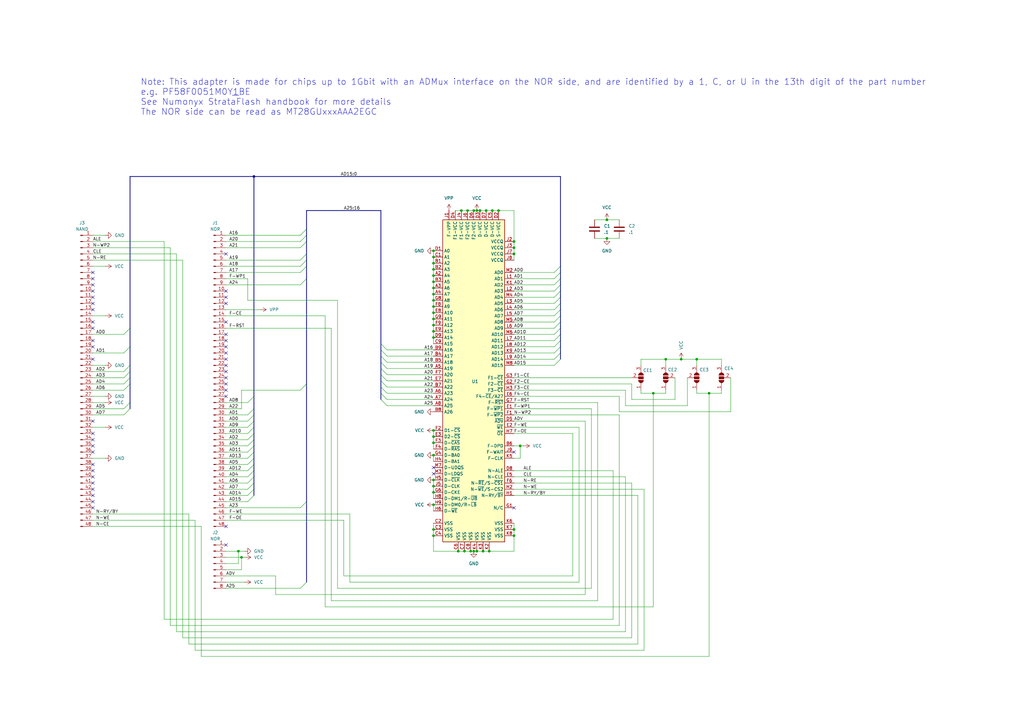
<source format=kicad_sch>
(kicad_sch (version 20231120) (generator "eeschema") (generator_version "8.0")
  (paper "A3")
  (lib_symbols
    (symbol "Connector:Conn_01x08_Pin" (pin_names (offset 1.016) hide)
      (property "Reference" "J" (at 0 10.16 0))
      (property "Value" "Conn_01x08_Pin" (at 0 -12.7 0))
      (symbol "Conn_01x08_Pin_1_1"
        (pin passive line (at 5.08 7.62 180) (length 3.81) (name "Pin_1") (number "1"))
        (pin passive line (at 5.08 5.08 180) (length 3.81) (name "Pin_2") (number "2"))
        (pin passive line (at 5.08 2.54 180) (length 3.81) (name "Pin_3") (number "3"))
        (pin passive line (at 5.08 0 180) (length 3.81) (name "Pin_4") (number "4"))
        (pin passive line (at 5.08 -2.54 180) (length 3.81) (name "Pin_5") (number "5"))
        (pin passive line (at 5.08 -5.08 180) (length 3.81) (name "Pin_6") (number "6"))
        (pin passive line (at 5.08 -7.62 180) (length 3.81) (name "Pin_7") (number "7"))
        (pin passive line (at 5.08 -10.16 180) (length 3.81) (name "Pin_8") (number "8"))
      )
    )
    (symbol "Connector:Conn_01x48_Pin" (pin_names (offset 1.016) hide)
      (property "Reference" "J" (at 0 60.96 0))
      (property "Value" "Conn_01x48_Pin" (at 0 -63.5 0))
      (symbol "Conn_01x48_Pin_1_1"
        (pin passive line (at 5.08 58.42 180) (length 3.81) (name "Pin_1") (number "1"))
        (pin passive line (at 5.08 35.56 180) (length 3.81) (name "Pin_10") (number "10"))
        (pin passive line (at 5.08 33.02 180) (length 3.81) (name "Pin_11") (number "11"))
        (pin passive line (at 5.08 30.48 180) (length 3.81) (name "Pin_12") (number "12"))
        (pin passive line (at 5.08 27.94 180) (length 3.81) (name "Pin_13") (number "13"))
        (pin passive line (at 5.08 25.4 180) (length 3.81) (name "Pin_14") (number "14"))
        (pin passive line (at 5.08 22.86 180) (length 3.81) (name "Pin_15") (number "15"))
        (pin passive line (at 5.08 20.32 180) (length 3.81) (name "Pin_16") (number "16"))
        (pin passive line (at 5.08 17.78 180) (length 3.81) (name "Pin_17") (number "17"))
        (pin passive line (at 5.08 15.24 180) (length 3.81) (name "Pin_18") (number "18"))
        (pin passive line (at 5.08 12.7 180) (length 3.81) (name "Pin_19") (number "19"))
        (pin passive line (at 5.08 55.88 180) (length 3.81) (name "Pin_2") (number "2"))
        (pin passive line (at 5.08 10.16 180) (length 3.81) (name "Pin_20") (number "20"))
        (pin passive line (at 5.08 7.62 180) (length 3.81) (name "Pin_21") (number "21"))
        (pin passive line (at 5.08 5.08 180) (length 3.81) (name "Pin_22") (number "22"))
        (pin passive line (at 5.08 2.54 180) (length 3.81) (name "Pin_23") (number "23"))
        (pin passive line (at 5.08 0 180) (length 3.81) (name "Pin_24") (number "24"))
        (pin passive line (at 5.08 -2.54 180) (length 3.81) (name "Pin_25") (number "25"))
        (pin passive line (at 5.08 -5.08 180) (length 3.81) (name "Pin_26") (number "26"))
        (pin passive line (at 5.08 -7.62 180) (length 3.81) (name "Pin_27") (number "27"))
        (pin passive line (at 5.08 -10.16 180) (length 3.81) (name "Pin_28") (number "28"))
        (pin passive line (at 5.08 -12.7 180) (length 3.81) (name "Pin_29") (number "29"))
        (pin passive line (at 5.08 53.34 180) (length 3.81) (name "Pin_3") (number "3"))
        (pin passive line (at 5.08 -15.24 180) (length 3.81) (name "Pin_30") (number "30"))
        (pin passive line (at 5.08 -17.78 180) (length 3.81) (name "Pin_31") (number "31"))
        (pin passive line (at 5.08 -20.32 180) (length 3.81) (name "Pin_32") (number "32"))
        (pin passive line (at 5.08 -22.86 180) (length 3.81) (name "Pin_33") (number "33"))
        (pin passive line (at 5.08 -25.4 180) (length 3.81) (name "Pin_34") (number "34"))
        (pin passive line (at 5.08 -27.94 180) (length 3.81) (name "Pin_35") (number "35"))
        (pin passive line (at 5.08 -30.48 180) (length 3.81) (name "Pin_36") (number "36"))
        (pin passive line (at 5.08 -33.02 180) (length 3.81) (name "Pin_37") (number "37"))
        (pin passive line (at 5.08 -35.56 180) (length 3.81) (name "Pin_38") (number "38"))
        (pin passive line (at 5.08 -38.1 180) (length 3.81) (name "Pin_39") (number "39"))
        (pin passive line (at 5.08 50.8 180) (length 3.81) (name "Pin_4") (number "4"))
        (pin passive line (at 5.08 -40.64 180) (length 3.81) (name "Pin_40") (number "40"))
        (pin passive line (at 5.08 -43.18 180) (length 3.81) (name "Pin_41") (number "41"))
        (pin passive line (at 5.08 -45.72 180) (length 3.81) (name "Pin_42") (number "42"))
        (pin passive line (at 5.08 -48.26 180) (length 3.81) (name "Pin_43") (number "43"))
        (pin passive line (at 5.08 -50.8 180) (length 3.81) (name "Pin_44") (number "44"))
        (pin passive line (at 5.08 -53.34 180) (length 3.81) (name "Pin_45") (number "45"))
        (pin passive line (at 5.08 -55.88 180) (length 3.81) (name "Pin_46") (number "46"))
        (pin passive line (at 5.08 -58.42 180) (length 3.81) (name "Pin_47") (number "47"))
        (pin passive line (at 5.08 -60.96 180) (length 3.81) (name "Pin_48") (number "48"))
        (pin passive line (at 5.08 48.26 180) (length 3.81) (name "Pin_5") (number "5"))
        (pin passive line (at 5.08 45.72 180) (length 3.81) (name "Pin_6") (number "6"))
        (pin passive line (at 5.08 43.18 180) (length 3.81) (name "Pin_7") (number "7"))
        (pin passive line (at 5.08 40.64 180) (length 3.81) (name "Pin_8") (number "8"))
        (pin passive line (at 5.08 38.1 180) (length 3.81) (name "Pin_9") (number "9"))
      )
    )
    (symbol "Device:C" (pin_numbers hide) (pin_names (offset 0.254))
      (property "Reference" "C" (at 0.635 2.54 0))
      (property "Value" "C" (at 0.635 -2.54 0))
      (symbol "C_1_1"
        (pin passive line (at 0 3.81 270) (length 2.794) (name "~") (number "1"))
        (pin passive line (at 0 -3.81 90) (length 2.794) (name "~") (number "2"))
      )
    )
    (symbol "Jumper:SolderJumper_3_Open" (pin_names (offset 0) hide) (exclude_from_sim yes) (in_bom no)
      (property "Reference" "JP" (at -2.54 -2.54 0))
      (property "Value" "SolderJumper_3_Open" (at 0 2.794 0))
      (symbol "SolderJumper_3_Open_1_1"
        (pin passive line (at -5.08 0 0) (length 2.54) (name "A") (number "1"))
        (pin passive line (at 0 -3.81 90) (length 2.54) (name "C") (number "2"))
        (pin passive line (at 5.08 0 180) (length 2.54) (name "B") (number "3"))
      )
    )
    (symbol "RMW_ICs:Intel x16D NOR+NAND"
      (property "Reference" "U" (at 0 0 0))
      (symbol "Intel x16D NOR+NAND_1_0"
        (pin passive line (at 6.35 -69.85 90) (length 3.81) (name "VSS") (number "K2"))
        (pin passive line (at 3.81 -69.85 90) (length 3.81) (name "VSS") (number "K3"))
        (pin passive line (at 1.27 -69.85 90) (length 3.81) (name "VSS") (number "K4"))
        (pin passive line (at 16.51 -31.75 180) (length 3.81) (name "F-CLK") (number "K5"))
        (pin passive line (at 16.51 -58.42 180) (length 3.81) (name "VSS") (number "K6"))
        (pin passive line (at 16.51 -60.96 180) (length 3.81) (name "VSS") (number "K7"))
        (pin passive line (at 16.51 -63.5 180) (length 3.81) (name "VSS") (number "K8"))
        (pin passive line (at 16.51 11.43 180) (length 3.81) (name "AD13") (number "K9"))
        (pin passive line (at 16.51 41.91 180) (length 3.81) (name "AD1") (number "L1"))
        (pin passive line (at 16.51 36.83 180) (length 3.81) (name "AD3") (number "L2"))
        (pin passive line (at 16.51 31.75 180) (length 3.81) (name "AD5") (number "L3"))
        (pin passive line (at 16.51 29.21 180) (length 3.81) (name "AD6") (number "L4"))
        (pin passive line (at 16.51 26.67 180) (length 3.81) (name "AD7") (number "L5"))
        (pin passive line (at 16.51 21.59 180) (length 3.81) (name "AD9") (number "L6"))
        (pin passive line (at 16.51 16.51 180) (length 3.81) (name "AD11") (number "L7"))
        (pin passive line (at 16.51 13.97 180) (length 3.81) (name "AD12") (number "L8"))
        (pin passive line (at 16.51 8.89 180) (length 3.81) (name "AD14") (number "L9"))
        (pin passive line (at 16.51 44.45 180) (length 3.81) (name "AD0") (number "M2"))
        (pin passive line (at -16.51 -38.1 0) (length 3.81) (name "D-LDQS") (number "M3"))
        (pin passive line (at 16.51 34.29 180) (length 3.81) (name "AD4") (number "M4"))
        (pin passive line (at 16.51 24.13 180) (length 3.81) (name "AD8") (number "M5"))
        (pin passive line (at 16.51 19.05 180) (length 3.81) (name "AD10") (number "M6"))
        (pin passive line (at -16.51 -35.56 0) (length 3.81) (name "D-UDQS") (number "M7"))
        (pin passive line (at 16.51 6.35 180) (length 3.81) (name "AD15") (number "M8"))
      )
      (symbol "Intel x16D NOR+NAND_1_1"
        (pin passive line (at -16.51 43.18 0) (length 3.81) (name "A4") (number "A2"))
        (pin passive line (at -16.51 38.1 0) (length 3.81) (name "A6") (number "A3"))
        (pin passive line (at -16.51 35.56 0) (length 3.81) (name "A7") (number "A4"))
        (pin passive line (at -16.51 5.08 0) (length 3.81) (name "A19") (number "A5"))
        (pin passive line (at -16.51 -5.08 0) (length 3.81) (name "A23") (number "A6"))
        (pin passive line (at -16.51 -7.62 0) (length 3.81) (name "A24") (number "A7"))
        (pin passive line (at -16.51 -10.16 0) (length 3.81) (name "A25") (number "A8"))
        (pin passive line (at -16.51 48.26 0) (length 3.81) (name "A2") (number "B1"))
        (pin passive line (at -16.51 45.72 0) (length 3.81) (name "A3") (number "B2"))
        (pin passive line (at -16.51 40.64 0) (length 3.81) (name "A5") (number "B3"))
        (pin passive line (at -16.51 10.16 0) (length 3.81) (name "A17") (number "B4"))
        (pin passive line (at -16.51 7.62 0) (length 3.81) (name "A18") (number "B5"))
        (pin passive line (at 16.51 -26.67 180) (length 3.81) (name "F-DPD") (number "B6"))
        (pin passive line (at -16.51 -2.54 0) (length 3.81) (name "A22") (number "B7"))
        (pin passive line (at -16.51 -12.7 0) (length 3.81) (name "A26") (number "B8"))
        (pin passive line (at -16.51 12.7 0) (length 3.81) (name "A16") (number "B9"))
        (pin passive line (at -16.51 50.8 0) (length 3.81) (name "A1") (number "C1"))
        (pin passive line (at -16.51 -58.42 0) (length 3.81) (name "VSS") (number "C2"))
        (pin passive line (at -16.51 -60.96 0) (length 3.81) (name "VSS") (number "C3"))
        (pin passive line (at -16.51 -63.5 0) (length 3.81) (name "VSS") (number "C4"))
        (pin passive line (at 7.62 69.85 270) (length 3.81) (name "D-VCC") (number "C5"))
        (pin passive line (at -6.35 -69.85 90) (length 3.81) (name "VSS") (number "C6"))
        (pin passive line (at -3.81 -69.85 90) (length 3.81) (name "VSS") (number "C7"))
        (pin passive line (at -1.27 -69.85 90) (length 3.81) (name "VSS") (number "C8"))
        (pin passive line (at -16.51 15.24 0) (length 3.81) (name "A15") (number "C9"))
        (pin passive line (at -16.51 53.34 0) (length 3.81) (name "A0") (number "D1"))
        (pin passive line (at 10.16 69.85 270) (length 3.81) (name "S-VCC") (number "D2"))
        (pin passive line (at 2.54 69.85 270) (length 3.81) (name "D-VCC") (number "D3"))
        (pin passive line (at -7.62 69.85 270) (length 3.81) (name "F1-VCC") (number "D4"))
        (pin passive line (at 16.51 -16.51 180) (length 3.81) (name "~{ADV}") (number "D5"))
        (pin passive line (at 0 69.85 270) (length 3.81) (name "F2-VCC") (number "D6"))
        (pin passive line (at 5.08 69.85 270) (length 3.81) (name "D-VCC") (number "D7"))
        (pin passive line (at 16.51 -36.83 180) (length 3.81) (name "N-ALE") (number "D8"))
        (pin passive line (at -16.51 17.78 0) (length 3.81) (name "A14") (number "D9"))
        (pin passive line (at 16.51 -11.43 180) (length 3.81) (name "F-~{WP1}") (number "E1"))
        (pin passive line (at 16.51 -19.05 180) (length 3.81) (name "~{WE}") (number "E2"))
        (pin passive line (at -16.51 -22.86 0) (length 3.81) (name "D2-~{CS}") (number "E3"))
        (pin passive line (at 16.51 -39.37 180) (length 3.81) (name "N-CLE") (number "E5"))
        (pin passive line (at 16.51 -6.35 180) (length 3.81) (name "F4-~{CE}/A27") (number "E6"))
        (pin passive line (at -16.51 0 0) (length 3.81) (name "A21") (number "E7"))
        (pin passive line (at -16.51 27.94 0) (length 3.81) (name "A10") (number "E8"))
        (pin passive line (at -16.51 20.32 0) (length 3.81) (name "A13") (number "E9"))
        (pin passive line (at 16.51 -13.97 180) (length 3.81) (name "F-~{WP2}") (number "F1"))
        (pin passive line (at -16.51 -20.32 0) (length 3.81) (name "D1-~{CS}") (number "F2"))
        (pin passive line (at -16.51 -25.4 0) (length 3.81) (name "D-~{CAS}") (number "F3"))
        (pin passive line (at -16.51 -27.94 0) (length 3.81) (name "D-~{RAS}") (number "F4"))
        (pin passive line (at 16.51 -41.91 180) (length 3.81) (name "N-~{RE}/S-~{CS1}") (number "F6"))
        (pin passive line (at -16.51 2.54 0) (length 3.81) (name "A20") (number "F7"))
        (pin passive line (at -16.51 30.48 0) (length 3.81) (name "A9") (number "F8"))
        (pin passive line (at -16.51 22.86 0) (length 3.81) (name "A12") (number "F9"))
        (pin passive line (at 16.51 -52.07 180) (length 3.81) (name "N/C") (number "G1"))
        (pin passive line (at 16.51 -1.27 180) (length 3.81) (name "F2-~{CE}") (number "G2"))
        (pin passive line (at 16.51 1.27 180) (length 3.81) (name "F1-~{CE}") (number "G3"))
        (pin passive line (at -16.51 -30.48 0) (length 3.81) (name "D-BA0") (number "G4"))
        (pin passive line (at -16.51 -45.72 0) (length 3.81) (name "D-CKE") (number "G6"))
        (pin passive line (at 16.51 -8.89 180) (length 3.81) (name "F-~{RST}") (number "G7"))
        (pin passive line (at -16.51 33.02 0) (length 3.81) (name "A8") (number "G8"))
        (pin passive line (at -16.51 25.4 0) (length 3.81) (name "A11") (number "G9"))
        (pin passive line (at 16.51 -46.99 180) (length 3.81) (name "N-RY/~{BY}") (number "H1"))
        (pin passive line (at 16.51 -44.45 180) (length 3.81) (name "N-~{WE}/S-CS2") (number "H2"))
        (pin passive line (at 16.51 -3.81 180) (length 3.81) (name "F3-~{CE}") (number "H3"))
        (pin passive line (at -16.51 -33.02 0) (length 3.81) (name "D-BA1") (number "H4"))
        (pin passive line (at -16.51 -40.64 0) (length 3.81) (name "D-~{CLK}") (number "H5"))
        (pin passive line (at -16.51 -53.34 0) (length 3.81) (name "D-~{WE}") (number "H6"))
        (pin passive line (at 16.51 -21.59 180) (length 3.81) (name "~{OE}") (number "H7"))
        (pin passive line (at -16.51 -48.26 0) (length 3.81) (name "D-DM1/R-~{UB}") (number "H8"))
        (pin passive line (at -16.51 -50.8 0) (length 3.81) (name "D-DM0/R-~{LB}") (number "H9"))
        (pin passive line (at -10.16 69.85 270) (length 3.81) (name "F-VPP") (number "J1"))
        (pin passive line (at 16.51 57.15 180) (length 3.81) (name "VCCQ") (number "J2"))
        (pin passive line (at 16.51 54.61 180) (length 3.81) (name "VCCQ") (number "J3"))
        (pin passive line (at -5.08 69.85 270) (length 3.81) (name "F1-VCC") (number "J4"))
        (pin passive line (at -16.51 -43.18 0) (length 3.81) (name "D-CLK") (number "J5"))
        (pin passive line (at -2.54 69.85 270) (length 3.81) (name "F2-VCC") (number "J6"))
        (pin passive line (at 16.51 52.07 180) (length 3.81) (name "VCCQ") (number "J7"))
        (pin passive line (at 16.51 49.53 180) (length 3.81) (name "VCCQ") (number "J8"))
        (pin passive line (at 16.51 -29.21 180) (length 3.81) (name "F-WAIT") (number "J9"))
        (pin passive line (at 16.51 39.37 180) (length 3.81) (name "AD2") (number "K1"))
      )
    )
    (symbol "power:GND" (power) (pin_numbers hide) (pin_names (offset 0) hide)
      (property "Value" "GND" (at 0 -3.81 0))
      (symbol "GND_1_1"
        (pin power_in line (at 0 0 270) (length 0) (name "~") (number "1"))
      )
    )
    (symbol "power:VCC" (power) (pin_numbers hide) (pin_names (offset 0) hide)
      (property "Value" "VCC" (at 0 3.556 0))
      (symbol "VCC_1_1"
        (pin power_in line (at 0 0 90) (length 0) (name "~") (number "1"))
      )
    )
    (symbol "power:VPP" (power) (pin_numbers hide) (pin_names (offset 0) hide)
      (property "Value" "VPP" (at 0 3.556 0))
      (symbol "VPP_1_1"
        (pin power_in line (at 0 0 90) (length 0) (name "~") (number "1"))
      )
    )
  )
  (junction (at 104.14 72.39))
  (junction (at 177.8 107.95))
  (junction (at 273.05 147.32))
  (junction (at 210.82 99.06))
  (junction (at 200.66 226.06))
  (junction (at 177.8 110.49))
  (junction (at 195.58 86.36))
  (junction (at 99.06 228.6))
  (junction (at 177.8 102.87))
  (junction (at 210.82 101.6))
  (junction (at 195.58 226.06))
  (junction (at 190.5 226.06))
  (junction (at 290.83 161.29))
  (junction (at 177.8 118.11))
  (junction (at 177.8 125.73))
  (junction (at 267.97 161.29))
  (junction (at 213.36 182.88))
  (junction (at 187.96 226.06))
  (junction (at 177.8 135.89))
  (junction (at 199.39 86.36))
  (junction (at 279.4 147.32))
  (junction (at 177.8 186.69))
  (junction (at 177.8 133.35))
  (junction (at 177.8 128.27))
  (junction (at 177.8 196.85))
  (junction (at 177.8 199.39))
  (junction (at 97.79 226.06))
  (junction (at 177.8 138.43))
  (junction (at 194.31 86.36))
  (junction (at 177.8 130.81))
  (junction (at 248.92 90.17))
  (junction (at 177.8 120.65))
  (junction (at 210.82 217.17))
  (junction (at 177.8 217.17))
  (junction (at 177.8 181.61))
  (junction (at 191.77 86.36))
  (junction (at 177.8 179.07))
  (junction (at 204.47 86.36))
  (junction (at 177.8 176.53))
  (junction (at 189.23 86.36))
  (junction (at 177.8 201.93))
  (junction (at 177.8 113.03))
  (junction (at 196.85 86.36))
  (junction (at 177.8 105.41))
  (junction (at 177.8 219.71))
  (junction (at 177.8 115.57))
  (junction (at 198.12 226.06))
  (junction (at 248.92 97.79))
  (junction (at 285.75 147.32))
  (junction (at 193.04 226.06))
  (junction (at 210.82 219.71))
  (junction (at 210.82 104.14))
  (junction (at 177.8 207.01))
  (junction (at 194.31 226.06))
  (junction (at 177.8 123.19))
  (junction (at 201.93 86.36))
  (no_connect (at 92.71 137.16))
  (no_connect (at 92.71 132.08))
  (no_connect (at 92.71 142.24))
  (no_connect (at 92.71 157.48))
  (no_connect (at 210.82 208.28))
  (no_connect (at 38.1 177.8))
  (no_connect (at 38.1 205.74))
  (no_connect (at 38.1 182.88))
  (no_connect (at 38.1 193.04))
  (no_connect (at 92.71 119.38))
  (no_connect (at 177.8 191.77))
  (no_connect (at 38.1 190.5))
  (no_connect (at 38.1 185.42))
  (no_connect (at 92.71 154.94))
  (no_connect (at 38.1 132.08))
  (no_connect (at 38.1 119.38))
  (no_connect (at 38.1 200.66))
  (no_connect (at 38.1 124.46))
  (no_connect (at 92.71 152.4))
  (no_connect (at 38.1 111.76))
  (no_connect (at 92.71 104.14))
  (no_connect (at 92.71 149.86))
  (no_connect (at 38.1 198.12))
  (no_connect (at 177.8 194.31))
  (no_connect (at 92.71 121.92))
  (no_connect (at 38.1 114.3))
  (no_connect (at 92.71 139.7))
  (no_connect (at 38.1 147.32))
  (no_connect (at 92.71 160.02))
  (no_connect (at 92.71 144.78))
  (no_connect (at 92.71 215.9))
  (no_connect (at 38.1 208.28))
  (no_connect (at 38.1 142.24))
  (no_connect (at 38.1 180.34))
  (no_connect (at 38.1 121.92))
  (no_connect (at 92.71 147.32))
  (no_connect (at 38.1 134.62))
  (no_connect (at 92.71 162.56))
  (no_connect (at 38.1 127))
  (no_connect (at 38.1 195.58))
  (no_connect (at 92.71 223.52))
  (no_connect (at 38.1 139.7))
  (no_connect (at 92.71 124.46))
  (no_connect (at 210.82 185.42))
  (no_connect (at 38.1 116.84))
  (no_connect (at 38.1 203.2))
  (no_connect (at 38.1 172.72))
  (bus_entry (at 101.6 180.34) (size 2.54 -2.54))
  (bus_entry (at 123.19 106.68) (size 2.54 -2.54))
  (bus_entry (at 227.33 144.78) (size 2.54 -2.54))
  (bus_entry (at 227.33 142.24) (size 2.54 -2.54))
  (bus_entry (at 123.19 208.28) (size 2.54 -2.54))
  (bus_entry (at 156.21 146.05) (size 2.54 2.54))
  (bus_entry (at 50.8 160.02) (size 2.54 -2.54))
  (bus_entry (at 156.21 148.59) (size 2.54 2.54))
  (bus_entry (at 227.33 129.54) (size 2.54 -2.54))
  (bus_entry (at 227.33 119.38) (size 2.54 -2.54))
  (bus_entry (at 123.19 241.3) (size 2.54 -2.54))
  (bus_entry (at 123.19 160.02) (size 2.54 -2.54))
  (bus_entry (at 227.33 149.86) (size 2.54 -2.54))
  (bus_entry (at 101.6 193.04) (size 2.54 -2.54))
  (bus_entry (at 156.21 153.67) (size 2.54 2.54))
  (bus_entry (at 123.19 101.6) (size 2.54 -2.54))
  (bus_entry (at 101.6 185.42) (size 2.54 -2.54))
  (bus_entry (at 123.19 111.76) (size 2.54 -2.54))
  (bus_entry (at 227.33 132.08) (size 2.54 -2.54))
  (bus_entry (at 101.6 203.2) (size 2.54 -2.54))
  (bus_entry (at 227.33 116.84) (size 2.54 -2.54))
  (bus_entry (at 101.6 190.5) (size 2.54 -2.54))
  (bus_entry (at 101.6 205.74) (size 2.54 -2.54))
  (bus_entry (at 101.6 165.1) (size 2.54 -2.54))
  (bus_entry (at 123.19 109.22) (size 2.54 -2.54))
  (bus_entry (at 101.6 198.12) (size 2.54 -2.54))
  (bus_entry (at 156.21 140.97) (size 2.54 2.54))
  (bus_entry (at 123.19 96.52) (size 2.54 -2.54))
  (bus_entry (at 156.21 156.21) (size 2.54 2.54))
  (bus_entry (at 50.8 157.48) (size 2.54 -2.54))
  (bus_entry (at 227.33 139.7) (size 2.54 -2.54))
  (bus_entry (at 227.33 121.92) (size 2.54 -2.54))
  (bus_entry (at 101.6 187.96) (size 2.54 -2.54))
  (bus_entry (at 50.8 152.4) (size 2.54 -2.54))
  (bus_entry (at 101.6 170.18) (size 2.54 -2.54))
  (bus_entry (at 123.19 116.84) (size 2.54 -2.54))
  (bus_entry (at 123.19 99.06) (size 2.54 -2.54))
  (bus_entry (at 101.6 200.66) (size 2.54 -2.54))
  (bus_entry (at 156.21 163.83) (size 2.54 2.54))
  (bus_entry (at 227.33 127) (size 2.54 -2.54))
  (bus_entry (at 101.6 177.8) (size 2.54 -2.54))
  (bus_entry (at 156.21 151.13) (size 2.54 2.54))
  (bus_entry (at 101.6 172.72) (size 2.54 -2.54))
  (bus_entry (at 227.33 114.3) (size 2.54 -2.54))
  (bus_entry (at 227.33 147.32) (size 2.54 -2.54))
  (bus_entry (at 101.6 195.58) (size 2.54 -2.54))
  (bus_entry (at 156.21 158.75) (size 2.54 2.54))
  (bus_entry (at 50.8 170.18) (size 2.54 -2.54))
  (bus_entry (at 50.8 144.78) (size 2.54 -2.54))
  (bus_entry (at 227.33 111.76) (size 2.54 -2.54))
  (bus_entry (at 156.21 161.29) (size 2.54 2.54))
  (bus_entry (at 227.33 134.62) (size 2.54 -2.54))
  (bus_entry (at 50.8 137.16) (size 2.54 -2.54))
  (bus_entry (at 101.6 175.26) (size 2.54 -2.54))
  (bus_entry (at 101.6 182.88) (size 2.54 -2.54))
  (bus_entry (at 227.33 137.16) (size 2.54 -2.54))
  (bus_entry (at 50.8 167.64) (size 2.54 -2.54))
  (bus_entry (at 156.21 143.51) (size 2.54 2.54))
  (bus_entry (at 227.33 124.46) (size 2.54 -2.54))
  (bus_entry (at 50.8 154.94) (size 2.54 -2.54))
  (bus (pts (xy 229.87 144.78) (xy 229.87 142.24)))
  (bus (pts (xy 229.87 121.92) (xy 229.87 119.38)))
  (wire (pts (xy 177.8 219.71) (xy 177.8 226.06)))
  (wire (pts (xy 38.1 210.82) (xy 77.47 210.82)))
  (bus (pts (xy 53.34 152.4) (xy 53.34 154.94)))
  (wire (pts (xy 210.82 137.16) (xy 227.33 137.16)))
  (bus (pts (xy 125.73 96.52) (xy 125.73 99.06)))
  (wire (pts (xy 138.43 123.19) (xy 138.43 241.3)))
  (bus (pts (xy 104.14 190.5) (xy 104.14 193.04)))
  (bus (pts (xy 229.87 111.76) (xy 229.87 109.22)))
  (bus (pts (xy 125.73 205.74) (xy 125.73 238.76)))
  (wire (pts (xy 69.85 256.54) (xy 254 256.54)))
  (wire (pts (xy 101.6 123.19) (xy 138.43 123.19)))
  (wire (pts (xy 177.8 113.03) (xy 177.8 115.57)))
  (wire (pts (xy 262.89 161.29) (xy 262.89 160.02)))
  (wire (pts (xy 210.82 127) (xy 227.33 127)))
  (wire (pts (xy 177.8 166.37) (xy 158.75 166.37)))
  (bus (pts (xy 125.73 104.14) (xy 125.73 106.68)))
  (bus (pts (xy 125.73 106.68) (xy 125.73 109.22)))
  (wire (pts (xy 92.71 205.74) (xy 101.6 205.74)))
  (wire (pts (xy 135.89 246.38) (xy 245.11 246.38)))
  (wire (pts (xy 50.8 157.48) (xy 38.1 157.48)))
  (bus (pts (xy 104.14 193.04) (xy 104.14 195.58)))
  (wire (pts (xy 82.55 269.24) (xy 82.55 215.9)))
  (wire (pts (xy 237.49 238.76) (xy 237.49 175.26)))
  (wire (pts (xy 210.82 101.6) (xy 210.82 104.14)))
  (bus (pts (xy 156.21 153.67) (xy 156.21 151.13)))
  (wire (pts (xy 177.8 207.01) (xy 177.8 209.55)))
  (wire (pts (xy 50.8 160.02) (xy 38.1 160.02)))
  (wire (pts (xy 101.6 195.58) (xy 92.71 195.58)))
  (wire (pts (xy 38.1 104.14) (xy 72.39 104.14)))
  (wire (pts (xy 38.1 162.56) (xy 43.18 162.56)))
  (bus (pts (xy 125.73 99.06) (xy 125.73 104.14)))
  (bus (pts (xy 125.73 157.48) (xy 125.73 114.3)))
  (bus (pts (xy 104.14 182.88) (xy 104.14 185.42)))
  (wire (pts (xy 177.8 226.06) (xy 187.96 226.06)))
  (bus (pts (xy 229.87 137.16) (xy 229.87 134.62)))
  (wire (pts (xy 295.91 147.32) (xy 285.75 147.32)))
  (wire (pts (xy 189.23 86.36) (xy 191.77 86.36)))
  (wire (pts (xy 133.35 129.54) (xy 133.35 248.92)))
  (wire (pts (xy 143.51 238.76) (xy 237.49 238.76)))
  (wire (pts (xy 279.4 147.32) (xy 285.75 147.32)))
  (wire (pts (xy 177.8 143.51) (xy 158.75 143.51)))
  (wire (pts (xy 38.1 215.9) (xy 82.55 215.9)))
  (bus (pts (xy 53.34 72.39) (xy 53.34 134.62)))
  (wire (pts (xy 210.82 160.02) (xy 256.54 160.02)))
  (wire (pts (xy 77.47 210.82) (xy 77.47 264.16)))
  (wire (pts (xy 273.05 147.32) (xy 273.05 149.86)))
  (bus (pts (xy 156.21 156.21) (xy 156.21 153.67)))
  (wire (pts (xy 213.36 187.96) (xy 210.82 187.96)))
  (wire (pts (xy 38.1 101.6) (xy 69.85 101.6)))
  (wire (pts (xy 210.82 195.58) (xy 256.54 195.58)))
  (bus (pts (xy 156.21 146.05) (xy 156.21 143.51)))
  (wire (pts (xy 194.31 86.36) (xy 195.58 86.36)))
  (bus (pts (xy 229.87 139.7) (xy 229.87 137.16)))
  (wire (pts (xy 133.35 248.92) (xy 267.97 248.92)))
  (wire (pts (xy 100.33 226.06) (xy 97.79 226.06)))
  (wire (pts (xy 140.97 236.22) (xy 234.95 236.22)))
  (wire (pts (xy 101.6 180.34) (xy 92.71 180.34)))
  (wire (pts (xy 262.89 147.32) (xy 262.89 149.86)))
  (bus (pts (xy 104.14 162.56) (xy 104.14 167.64)))
  (bus (pts (xy 125.73 93.98) (xy 125.73 96.52)))
  (bus (pts (xy 104.14 172.72) (xy 104.14 175.26)))
  (bus (pts (xy 229.87 109.22) (xy 229.87 72.39)))
  (wire (pts (xy 138.43 241.3) (xy 242.57 241.3)))
  (wire (pts (xy 74.93 261.62) (xy 259.08 261.62)))
  (wire (pts (xy 113.03 236.22) (xy 92.71 236.22)))
  (wire (pts (xy 123.19 109.22) (xy 92.71 109.22)))
  (bus (pts (xy 229.87 119.38) (xy 229.87 116.84)))
  (bus (pts (xy 104.14 170.18) (xy 104.14 172.72)))
  (wire (pts (xy 285.75 161.29) (xy 290.83 161.29)))
  (wire (pts (xy 210.82 182.88) (xy 213.36 182.88)))
  (wire (pts (xy 285.75 149.86) (xy 285.75 147.32)))
  (wire (pts (xy 92.71 233.68) (xy 99.06 233.68)))
  (wire (pts (xy 262.89 147.32) (xy 273.05 147.32)))
  (wire (pts (xy 248.92 90.17) (xy 254 90.17)))
  (wire (pts (xy 101.6 190.5) (xy 92.71 190.5)))
  (wire (pts (xy 210.82 119.38) (xy 227.33 119.38)))
  (wire (pts (xy 213.36 182.88) (xy 213.36 187.96)))
  (wire (pts (xy 123.19 241.3) (xy 92.71 241.3)))
  (wire (pts (xy 196.85 86.36) (xy 199.39 86.36)))
  (wire (pts (xy 97.79 231.14) (xy 97.79 226.06)))
  (wire (pts (xy 92.71 228.6) (xy 99.06 228.6)))
  (wire (pts (xy 243.84 97.79) (xy 248.92 97.79)))
  (wire (pts (xy 210.82 86.36) (xy 204.47 86.36)))
  (bus (pts (xy 125.73 86.36) (xy 125.73 93.98)))
  (wire (pts (xy 38.1 129.54) (xy 43.18 129.54)))
  (bus (pts (xy 104.14 198.12) (xy 104.14 200.66)))
  (wire (pts (xy 177.8 128.27) (xy 177.8 130.81)))
  (wire (pts (xy 43.18 96.52) (xy 38.1 96.52)))
  (wire (pts (xy 101.6 172.72) (xy 92.71 172.72)))
  (bus (pts (xy 53.34 165.1) (xy 53.34 167.64)))
  (bus (pts (xy 104.14 175.26) (xy 104.14 177.8)))
  (wire (pts (xy 273.05 147.32) (xy 279.4 147.32)))
  (wire (pts (xy 210.82 226.06) (xy 210.82 219.71)))
  (bus (pts (xy 104.14 72.39) (xy 229.87 72.39)))
  (wire (pts (xy 210.82 147.32) (xy 227.33 147.32)))
  (wire (pts (xy 177.8 102.87) (xy 177.8 105.41)))
  (wire (pts (xy 92.71 226.06) (xy 97.79 226.06)))
  (wire (pts (xy 177.8 120.65) (xy 177.8 123.19)))
  (wire (pts (xy 92.71 114.3) (xy 101.6 114.3)))
  (wire (pts (xy 199.39 86.36) (xy 201.93 86.36)))
  (wire (pts (xy 177.8 123.19) (xy 177.8 125.73)))
  (wire (pts (xy 101.6 203.2) (xy 92.71 203.2)))
  (bus (pts (xy 229.87 124.46) (xy 229.87 121.92)))
  (wire (pts (xy 177.8 161.29) (xy 158.75 161.29)))
  (wire (pts (xy 290.83 269.24) (xy 290.83 161.29)))
  (wire (pts (xy 210.82 124.46) (xy 227.33 124.46)))
  (wire (pts (xy 254 168.91) (xy 299.72 168.91)))
  (wire (pts (xy 195.58 226.06) (xy 198.12 226.06)))
  (wire (pts (xy 38.1 175.26) (xy 43.18 175.26)))
  (wire (pts (xy 285.75 161.29) (xy 285.75 160.02)))
  (wire (pts (xy 295.91 149.86) (xy 295.91 147.32)))
  (wire (pts (xy 101.6 185.42) (xy 92.71 185.42)))
  (wire (pts (xy 177.8 176.53) (xy 177.8 179.07)))
  (wire (pts (xy 210.82 200.66) (xy 264.16 200.66)))
  (wire (pts (xy 177.8 130.81) (xy 177.8 133.35)))
  (wire (pts (xy 101.6 187.96) (xy 92.71 187.96)))
  (bus (pts (xy 229.87 129.54) (xy 229.87 127)))
  (wire (pts (xy 123.19 99.06) (xy 92.71 99.06)))
  (wire (pts (xy 213.36 182.88) (xy 214.63 182.88)))
  (wire (pts (xy 74.93 106.68) (xy 74.93 261.62)))
  (wire (pts (xy 245.11 246.38) (xy 245.11 165.1)))
  (bus (pts (xy 104.14 200.66) (xy 104.14 203.2)))
  (bus (pts (xy 53.34 142.24) (xy 53.34 149.86)))
  (wire (pts (xy 123.19 116.84) (xy 92.71 116.84)))
  (bus (pts (xy 125.73 109.22) (xy 125.73 114.3)))
  (bus (pts (xy 104.14 72.39) (xy 104.14 162.56)))
  (wire (pts (xy 210.82 193.04) (xy 251.46 193.04)))
  (wire (pts (xy 101.6 175.26) (xy 92.71 175.26)))
  (wire (pts (xy 177.8 181.61) (xy 177.8 184.15)))
  (bus (pts (xy 104.14 195.58) (xy 104.14 198.12)))
  (wire (pts (xy 201.93 86.36) (xy 204.47 86.36)))
  (wire (pts (xy 299.72 168.91) (xy 299.72 154.94)))
  (wire (pts (xy 210.82 177.8) (xy 234.95 177.8)))
  (bus (pts (xy 125.73 157.48) (xy 125.73 205.74)))
  (wire (pts (xy 195.58 86.36) (xy 196.85 86.36)))
  (wire (pts (xy 210.82 198.12) (xy 259.08 198.12)))
  (wire (pts (xy 290.83 161.29) (xy 295.91 161.29)))
  (wire (pts (xy 38.1 106.68) (xy 74.93 106.68)))
  (wire (pts (xy 234.95 236.22) (xy 234.95 177.8)))
  (wire (pts (xy 143.51 210.82) (xy 143.51 238.76)))
  (wire (pts (xy 264.16 266.7) (xy 264.16 200.66)))
  (wire (pts (xy 123.19 96.52) (xy 92.71 96.52)))
  (wire (pts (xy 101.6 170.18) (xy 92.71 170.18)))
  (wire (pts (xy 101.6 182.88) (xy 92.71 182.88)))
  (wire (pts (xy 242.57 241.3) (xy 242.57 167.64)))
  (wire (pts (xy 177.8 138.43) (xy 177.8 140.97)))
  (wire (pts (xy 177.8 110.49) (xy 177.8 113.03)))
  (wire (pts (xy 240.03 243.84) (xy 240.03 172.72)))
  (bus (pts (xy 53.34 72.39) (xy 104.14 72.39)))
  (wire (pts (xy 210.82 167.64) (xy 242.57 167.64)))
  (wire (pts (xy 177.8 196.85) (xy 177.8 199.39)))
  (wire (pts (xy 92.71 208.28) (xy 123.19 208.28)))
  (wire (pts (xy 254 162.56) (xy 254 168.91)))
  (wire (pts (xy 177.8 135.89) (xy 177.8 138.43)))
  (wire (pts (xy 99.06 160.02) (xy 99.06 167.64)))
  (wire (pts (xy 38.1 149.86) (xy 43.18 149.86)))
  (wire (pts (xy 177.8 118.11) (xy 177.8 120.65)))
  (wire (pts (xy 210.82 219.71) (xy 210.82 217.17)))
  (bus (pts (xy 104.14 167.64) (xy 104.14 170.18)))
  (wire (pts (xy 38.1 154.94) (xy 50.8 154.94)))
  (bus (pts (xy 104.14 185.42) (xy 104.14 187.96)))
  (wire (pts (xy 38.1 213.36) (xy 80.01 213.36)))
  (wire (pts (xy 123.19 106.68) (xy 92.71 106.68)))
  (polyline (pts (xy 95.25 39.116) (xy 98.044 39.116)))
  (wire (pts (xy 177.8 186.69) (xy 177.8 189.23)))
  (wire (pts (xy 281.94 166.37) (xy 281.94 154.94)))
  (wire (pts (xy 38.1 170.18) (xy 50.8 170.18)))
  (wire (pts (xy 261.62 264.16) (xy 261.62 203.2)))
  (wire (pts (xy 177.8 148.59) (xy 158.75 148.59)))
  (wire (pts (xy 248.92 97.79) (xy 254 97.79)))
  (wire (pts (xy 67.31 99.06) (xy 67.31 254)))
  (wire (pts (xy 67.31 254) (xy 251.46 254)))
  (wire (pts (xy 210.82 129.54) (xy 227.33 129.54)))
  (wire (pts (xy 210.82 134.62) (xy 227.33 134.62)))
  (wire (pts (xy 177.8 146.05) (xy 158.75 146.05)))
  (wire (pts (xy 177.8 163.83) (xy 158.75 163.83)))
  (wire (pts (xy 210.82 175.26) (xy 237.49 175.26)))
  (wire (pts (xy 92.71 238.76) (xy 100.33 238.76)))
  (wire (pts (xy 113.03 243.84) (xy 113.03 236.22)))
  (wire (pts (xy 99.06 160.02) (xy 123.19 160.02)))
  (wire (pts (xy 50.8 167.64) (xy 38.1 167.64)))
  (wire (pts (xy 210.82 162.56) (xy 254 162.56)))
  (wire (pts (xy 177.8 179.07) (xy 177.8 181.61)))
  (bus (pts (xy 156.21 143.51) (xy 156.21 140.97)))
  (wire (pts (xy 210.82 142.24) (xy 227.33 142.24)))
  (wire (pts (xy 50.8 152.4) (xy 38.1 152.4)))
  (wire (pts (xy 210.82 149.86) (xy 227.33 149.86)))
  (wire (pts (xy 123.19 111.76) (xy 92.71 111.76)))
  (wire (pts (xy 38.1 187.96) (xy 43.18 187.96)))
  (bus (pts (xy 104.14 177.8) (xy 104.14 180.34)))
  (wire (pts (xy 210.82 111.76) (xy 227.33 111.76)))
  (wire (pts (xy 254 256.54) (xy 254 170.18)))
  (wire (pts (xy 273.05 160.02) (xy 273.05 161.29)))
  (wire (pts (xy 177.8 201.93) (xy 177.8 204.47)))
  (wire (pts (xy 177.8 151.13) (xy 158.75 151.13)))
  (wire (pts (xy 256.54 166.37) (xy 281.94 166.37)))
  (wire (pts (xy 101.6 198.12) (xy 92.71 198.12)))
  (wire (pts (xy 210.82 104.14) (xy 210.82 106.68)))
  (wire (pts (xy 100.33 228.6) (xy 99.06 228.6)))
  (wire (pts (xy 210.82 157.48) (xy 259.08 157.48)))
  (wire (pts (xy 186.69 86.36) (xy 189.23 86.36)))
  (wire (pts (xy 276.86 163.83) (xy 276.86 154.94)))
  (bus (pts (xy 156.21 140.97) (xy 156.21 86.36)))
  (wire (pts (xy 262.89 161.29) (xy 267.97 161.29)))
  (wire (pts (xy 80.01 213.36) (xy 80.01 266.7)))
  (wire (pts (xy 177.8 199.39) (xy 177.8 201.93)))
  (wire (pts (xy 101.6 200.66) (xy 92.71 200.66)))
  (wire (pts (xy 177.8 158.75) (xy 158.75 158.75)))
  (wire (pts (xy 210.82 116.84) (xy 227.33 116.84)))
  (bus (pts (xy 53.34 157.48) (xy 53.34 165.1)))
  (wire (pts (xy 177.8 115.57) (xy 177.8 118.11)))
  (wire (pts (xy 251.46 193.04) (xy 251.46 254)))
  (bus (pts (xy 229.87 142.24) (xy 229.87 139.7)))
  (wire (pts (xy 210.82 139.7) (xy 227.33 139.7)))
  (wire (pts (xy 140.97 213.36) (xy 140.97 236.22)))
  (bus (pts (xy 229.87 116.84) (xy 229.87 114.3)))
  (wire (pts (xy 259.08 261.62) (xy 259.08 198.12)))
  (bus (pts (xy 156.21 161.29) (xy 156.21 158.75)))
  (wire (pts (xy 210.82 170.18) (xy 254 170.18)))
  (wire (pts (xy 177.8 133.35) (xy 177.8 135.89)))
  (wire (pts (xy 191.77 86.36) (xy 194.31 86.36)))
  (wire (pts (xy 106.68 127) (xy 92.71 127)))
  (wire (pts (xy 200.66 226.06) (xy 210.82 226.06)))
  (wire (pts (xy 177.8 217.17) (xy 177.8 219.71)))
  (wire (pts (xy 295.91 161.29) (xy 295.91 160.02)))
  (bus (pts (xy 53.34 134.62) (xy 53.34 142.24)))
  (bus (pts (xy 156.21 86.36) (xy 125.73 86.36)))
  (bus (pts (xy 229.87 114.3) (xy 229.87 111.76)))
  (wire (pts (xy 210.82 165.1) (xy 245.11 165.1)))
  (bus (pts (xy 156.21 148.59) (xy 156.21 146.05)))
  (wire (pts (xy 210.82 154.94) (xy 259.08 154.94)))
  (wire (pts (xy 210.82 132.08) (xy 227.33 132.08)))
  (wire (pts (xy 210.82 217.17) (xy 210.82 214.63)))
  (wire (pts (xy 259.08 157.48) (xy 259.08 163.83)))
  (wire (pts (xy 177.8 156.21) (xy 158.75 156.21)))
  (wire (pts (xy 243.84 90.17) (xy 248.92 90.17)))
  (wire (pts (xy 69.85 101.6) (xy 69.85 256.54)))
  (bus (pts (xy 229.87 134.62) (xy 229.87 132.08)))
  (wire (pts (xy 38.1 109.22) (xy 43.18 109.22)))
  (wire (pts (xy 92.71 167.64) (xy 99.06 167.64)))
  (wire (pts (xy 101.6 114.3) (xy 101.6 123.19)))
  (bus (pts (xy 156.21 163.83) (xy 156.21 161.29)))
  (wire (pts (xy 72.39 259.08) (xy 256.54 259.08)))
  (wire (pts (xy 210.82 172.72) (xy 240.03 172.72)))
  (wire (pts (xy 80.01 266.7) (xy 264.16 266.7)))
  (wire (pts (xy 101.6 193.04) (xy 92.71 193.04)))
  (wire (pts (xy 92.71 134.62) (xy 135.89 134.62)))
  (bus (pts (xy 53.34 149.86) (xy 53.34 152.4)))
  (bus (pts (xy 229.87 127) (xy 229.87 124.46)))
  (wire (pts (xy 194.31 226.06) (xy 195.58 226.06)))
  (wire (pts (xy 38.1 144.78) (xy 50.8 144.78)))
  (wire (pts (xy 77.47 264.16) (xy 261.62 264.16)))
  (wire (pts (xy 135.89 134.62) (xy 135.89 246.38)))
  (wire (pts (xy 38.1 165.1) (xy 43.18 165.1)))
  (wire (pts (xy 92.71 165.1) (xy 101.6 165.1)))
  (wire (pts (xy 210.82 144.78) (xy 227.33 144.78)))
  (wire (pts (xy 256.54 160.02) (xy 256.54 166.37)))
  (wire (pts (xy 177.8 214.63) (xy 177.8 217.17)))
  (wire (pts (xy 190.5 226.06) (xy 193.04 226.06)))
  (wire (pts (xy 38.1 99.06) (xy 67.31 99.06)))
  (wire (pts (xy 210.82 203.2) (xy 261.62 203.2)))
  (wire (pts (xy 99.06 228.6) (xy 99.06 233.68)))
  (bus (pts (xy 104.14 187.96) (xy 104.14 190.5)))
  (wire (pts (xy 267.97 161.29) (xy 273.05 161.29)))
  (wire (pts (xy 72.39 104.14) (xy 72.39 259.08)))
  (wire (pts (xy 187.96 226.06) (xy 190.5 226.06)))
  (wire (pts (xy 210.82 99.06) (xy 210.82 86.36)))
  (wire (pts (xy 123.19 101.6) (xy 92.71 101.6)))
  (wire (pts (xy 210.82 114.3) (xy 227.33 114.3)))
  (wire (pts (xy 177.8 125.73) (xy 177.8 128.27)))
  (bus (pts (xy 229.87 147.32) (xy 229.87 144.78)))
  (bus (pts (xy 156.21 158.75) (xy 156.21 156.21)))
  (bus (pts (xy 156.21 151.13) (xy 156.21 148.59)))
  (wire (pts (xy 259.08 163.83) (xy 276.86 163.83)))
  (bus (pts (xy 104.14 180.34) (xy 104.14 182.88)))
  (wire (pts (xy 177.8 105.41) (xy 177.8 107.95)))
  (wire (pts (xy 193.04 226.06) (xy 194.31 226.06)))
  (wire (pts (xy 92.71 129.54) (xy 133.35 129.54)))
  (wire (pts (xy 267.97 161.29) (xy 267.97 248.92)))
  (wire (pts (xy 177.8 107.95) (xy 177.8 110.49)))
  (wire (pts (xy 198.12 226.06) (xy 200.66 226.06)))
  (wire (pts (xy 210.82 121.92) (xy 227.33 121.92)))
  (bus (pts (xy 53.34 154.94) (xy 53.34 157.48)))
  (wire (pts (xy 143.51 210.82) (xy 92.71 210.82)))
  (wire (pts (xy 92.71 213.36) (xy 140.97 213.36)))
  (wire (pts (xy 101.6 177.8) (xy 92.71 177.8)))
  (wire (pts (xy 158.75 153.67) (xy 177.8 153.67)))
  (wire (pts (xy 256.54 259.08) (xy 256.54 195.58)))
  (wire (pts (xy 92.71 231.14) (xy 97.79 231.14)))
  (wire (pts (xy 38.1 137.16) (xy 50.8 137.16)))
  (wire (pts (xy 210.82 99.06) (xy 210.82 101.6)))
  (wire (pts (xy 82.55 269.24) (xy 290.83 269.24)))
  (wire (pts (xy 240.03 243.84) (xy 113.03 243.84)))
  (bus (pts (xy 229.87 132.08) (xy 229.87 129.54)))
  (text "Note: This adapter is made for chips up to 1Gbit with an ADMux interface on the NOR side, and are identified by a 1, C, or U in the 13th digit of the part number\ne.g. PF58F0051M0Y1BE\nSee Numonyx StrataFlash handbook for more details\nThe NOR side can be read as MT28GUxxxAAA2EGC" (at 57.658 39.878 0) (effects (font (size 2.54 2.54)) (justify left)))
  (label "AD11" (at 93.98 185.42 0))
  (label "ADV" (at 210.82 172.72 0))
  (label "AD8" (at 93.98 165.1 0))
  (label "AD1" (at 210.82 114.3 0))
  (label "AD13" (at 93.98 187.96 0))
  (label "F-RST" (at 210.82 165.1 0))
  (label "A24" (at 93.98 116.84 0))
  (label "CLE" (at 38.1 104.14 0))
  (label "N-WP2" (at 210.82 170.18 0))
  (label "A21" (at 93.98 101.6 0))
  (label "A25" (at 173.99 166.37 0))
  (label "F-CE" (at 93.98 129.54 0))
  (label "A25" (at 92.71 241.3 0))
  (label "A24" (at 173.99 163.83 0))
  (label "AD3" (at 93.98 182.88 0))
  (label "N-RY{slash}BY" (at 214.63 203.2 0))
  (label "A16" (at 93.98 96.52 0))
  (label "AD15:0" (at 139.7 72.39 0))
  (label "AD7" (at 93.98 200.66 0))
  (label "ADV" (at 92.71 236.22 0))
  (label "AD12" (at 210.82 142.24 0))
  (label "F3-CE" (at 210.82 160.02 0))
  (label "A22" (at 173.99 158.75 0))
  (label "AD10" (at 210.82 137.16 0))
  (label "AD2" (at 210.82 116.84 0))
  (label "AD0" (at 93.98 172.72 0))
  (label "AD13" (at 210.82 144.78 0))
  (label "AD1" (at 93.98 170.18 0))
  (label "ALE" (at 214.63 193.04 0))
  (label "F-WP1" (at 93.98 114.3 0))
  (label "AD15" (at 93.98 205.74 0))
  (label "F-RST" (at 93.98 134.62 0))
  (label "A18" (at 173.99 148.59 0))
  (label "AD3" (at 210.82 119.38 0))
  (label "AD10" (at 93.98 177.8 0))
  (label "N-RE" (at 38.1 106.68 0))
  (label "ALE" (at 38.1 99.06 0))
  (label "N-CE" (at 39.37 215.9 0))
  (label "CLE" (at 214.63 195.58 0))
  (label "F-WE" (at 210.82 175.26 0))
  (label "AD5" (at 210.82 124.46 0))
  (label "F-WE" (at 93.98 210.82 0))
  (label "AD8" (at 210.82 132.08 0))
  (label "N-WE" (at 39.37 213.36 0))
  (label "AD7" (at 210.82 129.54 0))
  (label "N-RY{slash}BY" (at 39.37 210.82 0))
  (label "A18" (at 93.98 109.22 0))
  (label "N-WP2" (at 38.1 101.6 0))
  (label "AD0" (at 210.82 111.76 0))
  (label "AD6" (at 39.37 160.02 0))
  (label "F-WP1" (at 210.82 167.64 0))
  (label "F-OE" (at 93.98 213.36 0))
  (label "N-WE" (at 214.63 200.66 0))
  (label "A22" (at 93.98 167.64 0))
  (label "AD3" (at 39.37 154.94 0))
  (label "AD6" (at 93.98 198.12 0))
  (label "AD12" (at 93.98 193.04 0))
  (label "AD1" (at 39.37 144.78 0))
  (label "AD4" (at 39.37 157.48 0))
  (label "AD5" (at 39.37 167.64 0))
  (label "A20" (at 93.98 99.06 0))
  (label "A19" (at 173.99 151.13 0))
  (label "AD4" (at 210.82 121.92 0))
  (label "N-RE" (at 214.63 198.12 0))
  (label "A23" (at 93.98 208.28 0))
  (label "A17" (at 93.98 111.76 0))
  (label "AD14" (at 210.82 147.32 0))
  (label "AD9" (at 210.82 134.62 0))
  (label "F4-CE" (at 210.82 162.56 0))
  (label "F2-CE" (at 210.82 157.48 0))
  (label "AD14" (at 93.98 203.2 0))
  (label "A19" (at 93.98 106.68 0))
  (label "AD6" (at 210.82 127 0))
  (label "AD2" (at 39.37 152.4 0))
  (label "A25:16" (at 140.97 86.36 0))
  (label "AD9" (at 93.98 175.26 0))
  (label "A20" (at 173.99 153.67 0))
  (label "AD0" (at 39.37 137.16 0))
  (label "A17" (at 173.99 146.05 0))
  (label "AD2" (at 93.98 180.34 0))
  (label "AD7" (at 39.37 170.18 0))
  (label "F-OE" (at 210.82 177.8 0))
  (label "AD4" (at 93.98 195.58 0))
  (label "AD15" (at 210.82 149.86 0))
  (label "AD5" (at 93.98 190.5 0))
  (label "A21" (at 173.99 156.21 0))
  (label "A23" (at 173.99 161.29 0))
  (label "F1-CE" (at 210.82 154.94 0))
  (label "A16" (at 173.99 143.51 0))
  (label "AD11" (at 210.82 139.7 0))
  (symbol (lib_id "power:VCC") (at 43.18 109.22 270) (unit 1)
    (property "Reference" "#PWR014" (effects (hide yes)))
    (property "Value" "VCC" (at 46.99 109.2199 90) (effects (justify left)))
    (property "Description" "Power symbol creates a global label with name \"VCC\"" (effects (hide yes)))
  )
  (symbol (lib_id "Jumper:SolderJumper_3_Open") (at 295.91 154.94 90) (unit 1) (exclude_from_sim yes) (in_bom no)
    (property "Reference" "CE4" (at 298.958 151.13 90))
    (property "Value" "SolderJumper_2_Open" (effects (hide yes)))
    (property "Footprint" "Jumper:SolderJumper-3_P1.3mm_Open_RoundedPad1.0x1.5mm" (effects (hide yes)))
    (property "Description" "Solder Jumper, 3-pole, open" (effects (hide yes)))
  )
  (symbol (lib_id "Jumper:SolderJumper_3_Open") (at 262.89 154.94 270) (mirror x) (unit 1) (exclude_from_sim yes) (in_bom no)
    (property "Reference" "CE1" (at 265.684 151.892 90))
    (property "Value" "SolderJumper_2_Open" (effects (hide yes)))
    (property "Footprint" "Jumper:SolderJumper-3_P1.3mm_Open_RoundedPad1.0x1.5mm" (effects (hide yes)))
    (property "Description" "Solder Jumper, 3-pole, open" (effects (hide yes)))
  )
  (symbol (lib_id "power:VCC") (at 177.8 207.01 90) (unit 1)
    (property "Reference" "#PWR06" (effects (hide yes)))
    (property "Value" "VCC" (at 173.99 207.0099 90) (effects (justify left)))
    (property "Description" "Power symbol creates a global label with name \"VCC\"" (effects (hide yes)))
  )
  (symbol (lib_id "power:VPP") (at 106.68 127 270) (unit 1)
    (property "Reference" "#PWR022" (effects (hide yes)))
    (property "Value" "VPP" (at 110.49 126.9999 90) (effects (justify left)))
    (property "Description" "Power symbol creates a global label with name \"VPP\"" (effects (hide yes)))
  )
  (symbol (lib_id "power:VPP") (at 184.15 86.36 0) (unit 1)
    (property "Reference" "#PWR03" (effects (hide yes)))
    (property "Value" "VPP" (at 184.15 81.28 0))
    (property "Description" "Power symbol creates a global label with name \"VPP\"" (effects (hide yes)))
  )
  (symbol (lib_id "power:GND") (at 177.8 102.87 270) (unit 1)
    (property "Reference" "#PWR09" (effects (hide yes)))
    (property "Value" "GND" (at 173.99 102.8699 90) (effects (justify right)))
    (property "Description" "Power symbol creates a global label with name \"GND\" , ground" (effects (hide yes)))
  )
  (symbol (lib_id "power:GND") (at 100.33 226.06 90) (unit 1)
    (property "Reference" "#PWR017" (effects (hide yes)))
    (property "Value" "GND" (at 104.14 226.0599 90) (effects (justify right)))
    (property "Description" "Power symbol creates a global label with name \"GND\" , ground" (effects (hide yes)))
  )
  (symbol (lib_id "power:VCC") (at 43.18 129.54 270) (unit 1)
    (property "Reference" "#PWR013" (effects (hide yes)))
    (property "Value" "VCC" (at 46.99 129.5399 90) (effects (justify left)))
    (property "Description" "Power symbol creates a global label with name \"VCC\"" (effects (hide yes)))
  )
  (symbol (lib_id "Connector:Conn_01x08_Pin") (at 87.63 231.14 0) (unit 1)
    (property "Reference" "J2" (at 88.265 218.44 0))
    (property "Value" "NOR" (at 88.265 220.98 0))
    (property "Footprint" "Connector_PinHeader_2.54mm:PinHeader_1x08_P2.54mm_Vertical" (effects (hide yes)))
    (property "Description" "Generic connector, single row, 01x08, script generated" (effects (hide yes)))
  )
  (symbol (lib_id "power:GND") (at 177.8 186.69 270) (unit 1)
    (property "Reference" "#PWR07" (effects (hide yes)))
    (property "Value" "GND" (at 173.99 186.6899 90) (effects (justify right)))
    (property "Description" "Power symbol creates a global label with name \"GND\" , ground" (effects (hide yes)))
  )
  (symbol (lib_id "power:VCC") (at 100.33 228.6 270) (unit 1)
    (property "Reference" "#PWR015" (effects (hide yes)))
    (property "Value" "VCC" (at 104.14 228.5999 90) (effects (justify left)))
    (property "Description" "Power symbol creates a global label with name \"VCC\"" (effects (hide yes)))
  )
  (symbol (lib_id "power:VCC") (at 43.18 165.1 270) (unit 1)
    (property "Reference" "#PWR012" (effects (hide yes)))
    (property "Value" "VCC" (at 46.99 165.0999 90) (effects (justify left)))
    (property "Description" "Power symbol creates a global label with name \"VCC\"" (effects (hide yes)))
  )
  (symbol (lib_id "power:VCC") (at 177.8 176.53 90) (unit 1)
    (property "Reference" "#PWR04" (effects (hide yes)))
    (property "Value" "VCC" (at 173.99 176.5299 90) (effects (justify left)))
    (property "Description" "Power symbol creates a global label with name \"VCC\"" (effects (hide yes)))
  )
  (symbol (lib_id "Connector:Conn_01x48_Pin") (at 33.02 154.94 0) (unit 1)
    (property "Reference" "J3" (at 33.655 91.44 0))
    (property "Value" "NAND" (at 33.655 93.98 0))
    (property "Footprint" "Package_DIP:DIP-48_W15.24mm_Socket_LongPads" (effects (hide yes)))
    (property "Description" "\"Generic connector, single row, 01x48, script generated\"" (effects (hide yes)))
  )
  (symbol (lib_id "power:VCC") (at 248.92 90.17 0) (unit 1)
    (property "Reference" "#PWR025" (effects (hide yes)))
    (property "Value" "VCC" (at 248.92 85.09 0))
    (property "Description" "Power symbol creates a global label with name \"VCC\"" (effects (hide yes)))
  )
  (symbol (lib_id "power:GND") (at 43.18 96.52 90) (unit 1)
    (property "Reference" "#PWR021" (effects (hide yes)))
    (property "Value" "GND" (at 46.99 96.5199 90) (effects (justify right)))
    (property "Description" "Power symbol creates a global label with name \"GND\" , ground" (effects (hide yes)))
  )
  (symbol (lib_id "power:GND") (at 43.18 149.86 90) (unit 1)
    (property "Reference" "#PWR020" (effects (hide yes)))
    (property "Value" "GND" (at 46.99 149.8599 90) (effects (justify right)))
    (property "Description" "Power symbol creates a global label with name \"GND\" , ground" (effects (hide yes)))
  )
  (symbol (lib_id "Jumper:SolderJumper_3_Open") (at 285.75 154.94 270) (mirror x) (unit 1) (exclude_from_sim yes) (in_bom no)
    (property "Reference" "CE3" (at 288.798 151.638 90))
    (property "Value" "SolderJumper_2_Open" (effects (hide yes)))
    (property "Footprint" "Jumper:SolderJumper-3_P1.3mm_Open_RoundedPad1.0x1.5mm" (effects (hide yes)))
    (property "Description" "Solder Jumper, 3-pole, open" (effects (hide yes)))
  )
  (symbol (lib_id "power:VCC") (at 100.33 238.76 270) (unit 1)
    (property "Reference" "#PWR016" (effects (hide yes)))
    (property "Value" "VCC" (at 104.14 238.7599 90) (effects (justify left)))
    (property "Description" "Power symbol creates a global label with name \"VCC\"" (effects (hide yes)))
  )
  (symbol (lib_id "Connector:Conn_01x48_Pin") (at 87.63 154.94 0) (unit 1)
    (property "Reference" "J1" (at 88.265 91.44 0))
    (property "Value" "NOR" (at 88.265 93.98 0))
    (property "Footprint" "Package_DIP:DIP-48_W15.24mm_Socket_LongPads" (effects (hide yes)))
    (property "Description" "\"Generic connector, single row, 01x48, script generated\"" (effects (hide yes)))
  )
  (symbol (lib_id "RMW_ICs:Intel x16D NOR+NAND") (at 194.31 156.21 0) (unit 1)
    (property "Reference" "U1" (at 194.818 156.464 0))
    (property "Value" "~" (at 194.31 88.9 0))
    (property "Footprint" "RMW_SMT:Intel BGA105 x16D 9x11" (effects (hide yes)))
  )
  (symbol (lib_id "power:VCC") (at 279.4 147.32 0) (unit 1)
    (property "Reference" "#PWR02" (effects (hide yes)))
    (property "Value" "VCC" (at 279.3999 143.51 90) (effects (justify left)))
    (property "Description" "Power symbol creates a global label with name \"VCC\"" (effects (hide yes)))
  )
  (symbol (lib_id "power:GND") (at 177.8 196.85 270) (unit 1)
    (property "Reference" "#PWR08" (effects (hide yes)))
    (property "Value" "GND" (at 173.99 196.8499 90) (effects (justify right)))
    (property "Description" "Power symbol creates a global label with name \"GND\" , ground" (effects (hide yes)))
  )
  (symbol (lib_id "power:GND") (at 43.18 187.96 90) (unit 1)
    (property "Reference" "#PWR018" (effects (hide yes)))
    (property "Value" "GND" (at 46.99 187.9599 90) (effects (justify right)))
    (property "Description" "Power symbol creates a global label with name \"GND\" , ground" (effects (hide yes)))
  )
  (symbol (lib_id "Device:C") (at 254 93.98 0) (unit 1)
    (property "Reference" "C2" (at 257.81 92.7099 0) (effects (justify left)))
    (property "Value" ".1" (at 257.81 95.2499 0) (effects (justify left)))
    (property "Footprint" "Capacitor_SMD:C_0805_2012Metric_Pad1.18x1.45mm_HandSolder" (effects (hide yes)))
    (property "Description" "Unpolarized capacitor" (effects (hide yes)))
  )
  (symbol (lib_id "power:VCC") (at 195.58 86.36 0) (unit 1)
    (property "Reference" "#PWR05" (effects (hide yes)))
    (property "Value" "VCC" (at 195.58 81.28 0))
    (property "Description" "Power symbol creates a global label with name \"VCC\"" (effects (hide yes)))
  )
  (symbol (lib_id "power:GND") (at 177.8 168.91 270) (unit 1)
    (property "Reference" "#PWR023" (effects (hide yes)))
    (property "Value" "GND" (at 173.99 168.9099 90) (effects (justify right)))
    (property "Description" "Power symbol creates a global label with name \"GND\" , ground" (effects (hide yes)))
  )
  (symbol (lib_id "power:GND") (at 194.31 226.06 0) (unit 1)
    (property "Reference" "#PWR01" (effects (hide yes)))
    (property "Value" "GND" (at 194.31 231.14 0))
    (property "Description" "Power symbol creates a global label with name \"GND\" , ground" (effects (hide yes)))
  )
  (symbol (lib_id "power:GND") (at 43.18 162.56 90) (unit 1)
    (property "Reference" "#PWR019" (effects (hide yes)))
    (property "Value" "GND" (at 46.99 162.5599 90) (effects (justify right)))
    (property "Description" "Power symbol creates a global label with name \"GND\" , ground" (effects (hide yes)))
  )
  (symbol (lib_id "power:GND") (at 248.92 97.79 0) (unit 1)
    (property "Reference" "#PWR024" (effects (hide yes)))
    (property "Value" "GND" (at 248.92 102.87 0))
    (property "Description" "Power symbol creates a global label with name \"GND\" , ground" (effects (hide yes)))
  )
  (symbol (lib_id "Device:C") (at 243.84 93.98 0) (unit 1)
    (property "Reference" "C1" (at 247.65 92.7099 0) (effects (justify left)))
    (property "Value" ".1" (at 247.65 95.2499 0) (effects (justify left)))
    (property "Footprint" "Capacitor_SMD:C_0805_2012Metric_Pad1.18x1.45mm_HandSolder" (effects (hide yes)))
    (property "Description" "Unpolarized capacitor" (effects (hide yes)))
  )
  (symbol (lib_id "power:VCC") (at 43.18 175.26 270) (unit 1)
    (property "Reference" "#PWR011" (effects (hide yes)))
    (property "Value" "VCC" (at 46.99 175.2599 90) (effects (justify left)))
    (property "Description" "Power symbol creates a global label with name \"VCC\"" (effects (hide yes)))
  )
  (symbol (lib_id "power:VCC") (at 214.63 182.88 270) (unit 1)
    (property "Reference" "#PWR010" (effects (hide yes)))
    (property "Value" "VCC" (at 218.44 182.8799 90) (effects (justify left)))
    (property "Description" "Power symbol creates a global label with name \"VCC\"" (effects (hide yes)))
  )
  (symbol (lib_id "Jumper:SolderJumper_3_Open") (at 273.05 154.94 90) (unit 1) (exclude_from_sim yes) (in_bom no)
    (property "Reference" "CE2" (at 275.844 151.638 90))
    (property "Value" "SolderJumper_2_Open" (effects (hide yes)))
    (property "Footprint" "Jumper:SolderJumper-3_P1.3mm_Open_RoundedPad1.0x1.5mm" (effects (hide yes)))
    (property "Description" "Solder Jumper, 3-pole, open" (effects (hide yes)))
  )
)
</source>
